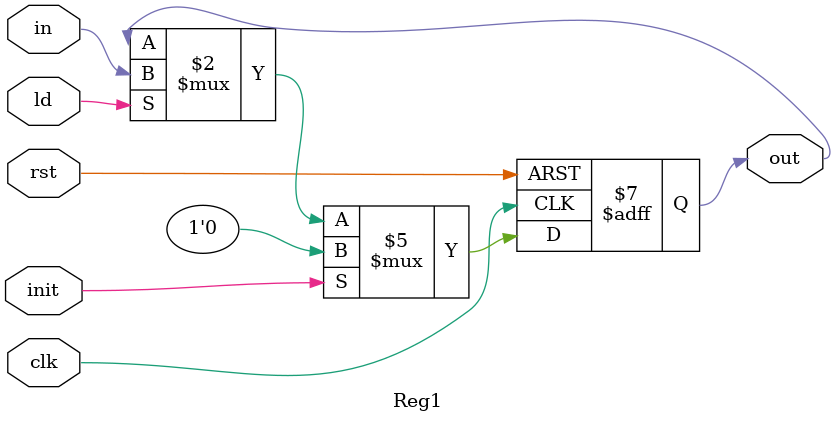
<source format=v>
module Reg1(clk,rst,init,ld,in,out);
input clk;
input rst;
input init;
input ld;
input in;
output reg out;
	always@(posedge clk or posedge rst)begin
		if (rst) out<=1'b0;
		else if (init) out<=1'b0;
		else if (ld) out<=in;
	end
endmodule

</source>
